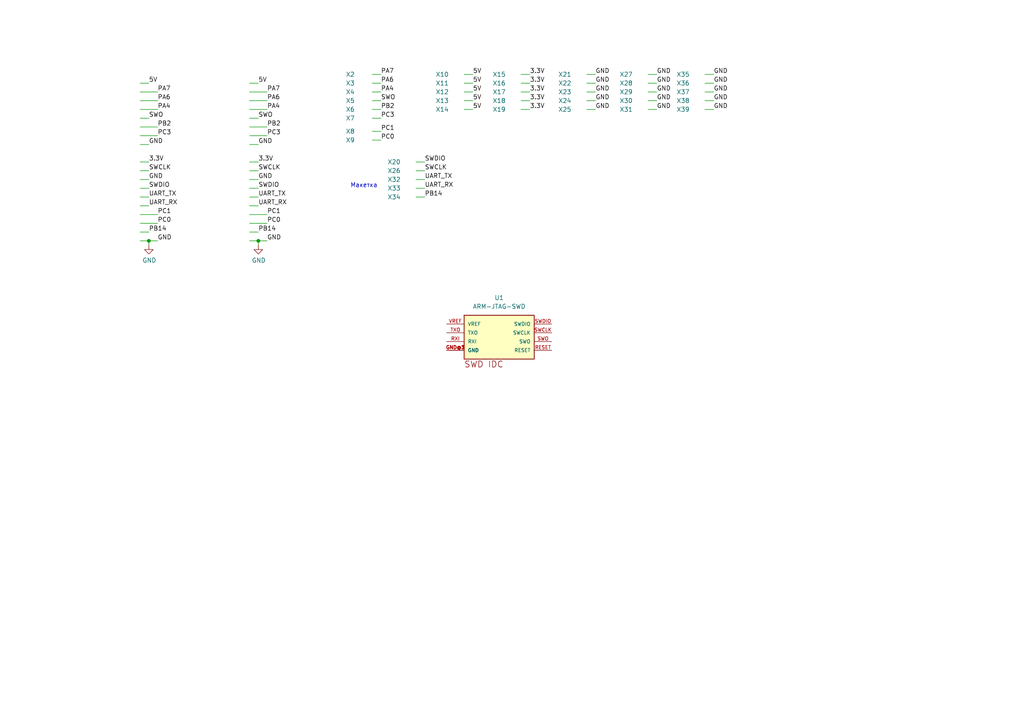
<source format=kicad_sch>
(kicad_sch (version 20230121) (generator eeschema)
  (paper "A4")
  (lib_symbols
    (symbol "ARM-JTAG-SWD:ARM-JTAG-SWD" (pin_names (offset 1.016))
      (property "Reference" "U" (at -2.54 10.16 0))
      (property "Value" "ARM-JTAG-SWD" (at 0 0 0))
      (symbol "ARM-JTAG-SWD_0_0"
        (rectangle (start -2.54 -5.08) (end 17.78 7.62) (stroke (width 0.254)) (fill (type background)))
        (text "SWD IDC" (at -2.54 -7.62 0) (effects (font (size 1.778 1.778)) (justify left bottom)))
        (pin bidirectional line (at -7.62 -2.54 0) (length 5.08) (name "GND") (number "GND@1"))
        (pin bidirectional line (at -7.62 -2.54 0) (length 5.08) (name "GND") (number "GND@2"))
        (pin bidirectional line (at -7.62 -2.54 0) (length 5.08) (name "GND") (number "GND@3"))
        (pin bidirectional line (at 22.86 -2.54 180) (length 5.08) (name "RESET") (number "RESET"))
        (pin bidirectional line (at -7.62 0 0) (length 5.08) (name "RXI") (number "RXI"))
        (pin bidirectional line (at 22.86 2.54 180) (length 5.08) (name "SWCLK") (number "SWCLK"))
        (pin bidirectional line (at 22.86 5.08 180) (length 5.08) (name "SWDIO") (number "SWDIO"))
        (pin bidirectional line (at 22.86 0 180) (length 5.08) (name "SWO") (number "SWO"))
        (pin bidirectional line (at -7.62 2.54 0) (length 5.08) (name "TXO") (number "TXO"))
        (pin bidirectional line (at -7.62 5.08 0) (length 5.08) (name "VREF") (number "VREF"))
      )
    )
    (symbol "power:GND" (power) (pin_names (offset 0))
      (property "Value" "GND" (at 0 -3.81 0))
      (symbol "GND_0_1"
        (polyline (pts (xy 0 0) (xy 0 -1.27) (xy 1.27 -1.27) (xy 0 -2.54) (xy -1.27 -1.27) (xy 0 -1.27)))
      )
      (symbol "GND_1_1"
        (pin power_in line (at 0 0 270) (length 0) hide (name "GND") (number "1"))
      )
    )
  )
  (junction (at 43.18 69.85))
  (junction (at 74.93 69.85))
  (wire (pts (xy 110.49 24.13) (xy 107.95 24.13)))
  (wire (pts (xy 123.19 57.15) (xy 120.65 57.15)))
  (wire (pts (xy 77.47 39.37) (xy 72.39 39.37)))
  (wire (pts (xy 74.93 54.61) (xy 72.39 54.61)))
  (wire (pts (xy 72.39 46.99) (xy 74.93 46.99)))
  (wire (pts (xy 40.64 41.91) (xy 43.18 41.91)))
  (wire (pts (xy 72.39 24.13) (xy 74.93 24.13)))
  (wire (pts (xy 74.93 69.85) (xy 74.93 71.12)))
  (wire (pts (xy 43.18 69.85) (xy 43.18 71.12)))
  (wire (pts (xy 170.18 21.59) (xy 172.72 21.59)))
  (wire (pts (xy 123.19 49.53) (xy 120.65 49.53)))
  (wire (pts (xy 120.65 46.99) (xy 123.19 46.99)))
  (wire (pts (xy 40.64 57.15) (xy 43.18 57.15)))
  (wire (pts (xy 107.95 31.75) (xy 110.49 31.75)))
  (wire (pts (xy 107.95 21.59) (xy 110.49 21.59)))
  (wire (pts (xy 43.18 59.69) (xy 40.64 59.69)))
  (wire (pts (xy 187.96 26.67) (xy 190.5 26.67)))
  (wire (pts (xy 74.93 67.31) (xy 72.39 67.31)))
  (wire (pts (xy 74.93 59.69) (xy 72.39 59.69)))
  (wire (pts (xy 74.93 49.53) (xy 72.39 49.53)))
  (wire (pts (xy 72.39 29.21) (xy 77.47 29.21)))
  (wire (pts (xy 110.49 40.64) (xy 107.95 40.64)))
  (wire (pts (xy 151.13 26.67) (xy 153.67 26.67)))
  (wire (pts (xy 72.39 57.15) (xy 74.93 57.15)))
  (wire (pts (xy 45.72 39.37) (xy 40.64 39.37)))
  (wire (pts (xy 77.47 26.67) (xy 72.39 26.67)))
  (wire (pts (xy 45.72 26.67) (xy 40.64 26.67)))
  (wire (pts (xy 187.96 31.75) (xy 190.5 31.75)))
  (wire (pts (xy 40.64 29.21) (xy 45.72 29.21)))
  (wire (pts (xy 72.39 69.85) (xy 74.93 69.85)))
  (wire (pts (xy 40.64 69.85) (xy 43.18 69.85)))
  (wire (pts (xy 134.62 24.13) (xy 137.16 24.13)))
  (wire (pts (xy 43.18 49.53) (xy 40.64 49.53)))
  (wire (pts (xy 134.62 29.21) (xy 137.16 29.21)))
  (wire (pts (xy 123.19 54.61) (xy 120.65 54.61)))
  (wire (pts (xy 170.18 24.13) (xy 172.72 24.13)))
  (wire (pts (xy 134.62 31.75) (xy 137.16 31.75)))
  (wire (pts (xy 204.47 24.13) (xy 207.01 24.13)))
  (wire (pts (xy 204.47 26.67) (xy 207.01 26.67)))
  (wire (pts (xy 40.64 36.83) (xy 45.72 36.83)))
  (wire (pts (xy 187.96 24.13) (xy 190.5 24.13)))
  (wire (pts (xy 77.47 31.75) (xy 72.39 31.75)))
  (wire (pts (xy 72.39 36.83) (xy 77.47 36.83)))
  (wire (pts (xy 110.49 34.29) (xy 107.95 34.29)))
  (wire (pts (xy 151.13 29.21) (xy 153.67 29.21)))
  (wire (pts (xy 107.95 26.67) (xy 110.49 26.67)))
  (wire (pts (xy 204.47 21.59) (xy 207.01 21.59)))
  (wire (pts (xy 72.39 64.77) (xy 77.47 64.77)))
  (wire (pts (xy 187.96 29.21) (xy 190.5 29.21)))
  (wire (pts (xy 170.18 31.75) (xy 172.72 31.75)))
  (wire (pts (xy 45.72 62.23) (xy 40.64 62.23)))
  (wire (pts (xy 170.18 26.67) (xy 172.72 26.67)))
  (wire (pts (xy 110.49 29.21) (xy 107.95 29.21)))
  (wire (pts (xy 204.47 29.21) (xy 207.01 29.21)))
  (wire (pts (xy 134.62 26.67) (xy 137.16 26.67)))
  (wire (pts (xy 40.64 24.13) (xy 43.18 24.13)))
  (wire (pts (xy 45.72 31.75) (xy 40.64 31.75)))
  (wire (pts (xy 170.18 29.21) (xy 172.72 29.21)))
  (wire (pts (xy 151.13 31.75) (xy 153.67 31.75)))
  (wire (pts (xy 40.64 64.77) (xy 45.72 64.77)))
  (wire (pts (xy 74.93 34.29) (xy 72.39 34.29)))
  (wire (pts (xy 40.64 52.07) (xy 43.18 52.07)))
  (wire (pts (xy 72.39 52.07) (xy 74.93 52.07)))
  (wire (pts (xy 77.47 69.85) (xy 74.93 69.85)))
  (wire (pts (xy 120.65 52.07) (xy 123.19 52.07)))
  (wire (pts (xy 107.95 38.1) (xy 110.49 38.1)))
  (wire (pts (xy 204.47 31.75) (xy 207.01 31.75)))
  (wire (pts (xy 134.62 21.59) (xy 137.16 21.59)))
  (wire (pts (xy 43.18 54.61) (xy 40.64 54.61)))
  (wire (pts (xy 151.13 24.13) (xy 153.67 24.13)))
  (wire (pts (xy 43.18 34.29) (xy 40.64 34.29)))
  (wire (pts (xy 45.72 69.85) (xy 43.18 69.85)))
  (wire (pts (xy 43.18 67.31) (xy 40.64 67.31)))
  (wire (pts (xy 72.39 41.91) (xy 74.93 41.91)))
  (wire (pts (xy 151.13 21.59) (xy 153.67 21.59)))
  (wire (pts (xy 40.64 46.99) (xy 43.18 46.99)))
  (wire (pts (xy 77.47 62.23) (xy 72.39 62.23)))
  (wire (pts (xy 187.96 21.59) (xy 190.5 21.59)))
  (text "Макетка" (at 101.6 54.61 0) (effects (font (size 1.27 1.27)) (justify left bottom)))
  (label "PB2" (at 110.49 31.75 0))
  (label "5V" (at 137.16 29.21 0))
  (label "PA7" (at 77.47 26.67 0))
  (label "GND" (at 207.01 31.75 0))
  (label "PC1" (at 45.72 62.23 0))
  (label "PB14" (at 74.93 67.31 0))
  (label "GND" (at 207.01 26.67 0))
  (label "GND" (at 207.01 24.13 0))
  (label "SWCLK" (at 74.93 49.53 0))
  (label "GND" (at 207.01 29.21 0))
  (label "GND" (at 172.72 24.13 0))
  (label "3.3V" (at 153.67 31.75 0))
  (label "PA6" (at 77.47 29.21 0))
  (label "PB14" (at 43.18 67.31 0))
  (label "GND" (at 43.18 41.91 0))
  (label "GND" (at 74.93 52.07 0))
  (label "PC3" (at 110.49 34.29 0))
  (label "SWCLK" (at 123.19 49.53 0))
  (label "PC1" (at 77.47 62.23 0))
  (label "PC3" (at 77.47 39.37 0))
  (label "3.3V" (at 153.67 26.67 0))
  (label "SWCLK" (at 43.18 49.53 0))
  (label "GND" (at 190.5 24.13 0))
  (label "PA7" (at 45.72 26.67 0))
  (label "SWO" (at 74.93 34.29 0))
  (label "SWDIO" (at 74.93 54.61 0))
  (label "3.3V" (at 153.67 24.13 0))
  (label "SWDIO" (at 43.18 54.61 0))
  (label "GND" (at 172.72 31.75 0))
  (label "5V" (at 137.16 24.13 0))
  (label "UART_TX" (at 74.93 57.15 0))
  (label "UART_RX" (at 74.93 59.69 0))
  (label "UART_TX" (at 43.18 57.15 0))
  (label "GND" (at 190.5 29.21 0))
  (label "SWO" (at 43.18 34.29 0))
  (label "GND" (at 172.72 21.59 0))
  (label "PA7" (at 110.49 21.59 0))
  (label "GND" (at 172.72 26.67 0))
  (label "5V" (at 74.93 24.13 0))
  (label "PC1" (at 110.49 38.1 0))
  (label "3.3V" (at 153.67 21.59 0))
  (label "PC0" (at 110.49 40.64 0))
  (label "PB2" (at 45.72 36.83 0))
  (label "PC0" (at 45.72 64.77 0))
  (label "GND" (at 190.5 31.75 0))
  (label "GND" (at 190.5 21.59 0))
  (label "PA4" (at 45.72 31.75 0))
  (label "UART_RX" (at 43.18 59.69 0))
  (label "3.3V" (at 74.93 46.99 0))
  (label "5V" (at 137.16 26.67 0))
  (label "PA6" (at 45.72 29.21 0))
  (label "5V" (at 137.16 21.59 0))
  (label "PC0" (at 77.47 64.77 0))
  (label "3.3V" (at 153.67 29.21 0))
  (label "SWDIO" (at 123.19 46.99 0))
  (label "PA6" (at 110.49 24.13 0))
  (label "GND" (at 207.01 21.59 0))
  (label "GND" (at 172.72 29.21 0))
  (label "3.3V" (at 43.18 46.99 0))
  (label "5V" (at 43.18 24.13 0))
  (label "PB14" (at 123.19 57.15 0))
  (label "UART_RX" (at 123.19 54.61 0))
  (label "PA4" (at 110.49 26.67 0))
  (label "PB2" (at 77.47 36.83 0))
  (label "GND" (at 45.72 69.85 0))
  (label "SWO" (at 110.49 29.21 0))
  (label "GND" (at 77.47 69.85 0))
  (label "PC3" (at 45.72 39.37 0))
  (label "GND" (at 43.18 52.07 0))
  (label "PA4" (at 77.47 31.75 0))
  (label "GND" (at 190.5 26.67 0))
  (label "GND" (at 74.93 41.91 0))
  (label "5V" (at 137.16 31.75 0))
  (label "UART_TX" (at 123.19 52.07 0))
  (symbol (lib_id "lomalkin_kicad_symbols:SolderPad") (at 106.68 55.88 180) (unit 1)
    (property "Reference" "X1" (at 104.9528 58.3692 0))
    (property "Value" "SolderPad" (effects hide))
    (property "Footprint" "lomalkin_kicad_footprints:Flipper-SolderPad" (effects hide))
  )
  (symbol (lib_id "lomalkin_kicad_symbols:FlipperZero") (at 30.48 48.26 0) (unit 1)
    (property "Reference" "U1" (at 31.2674 17.399 0))
    (property "Value" "FlipperZero" (at 31.2674 19.7104 0))
    (property "Footprint" "lomalkin_kicad_footprints:FlipperZero" (effects hide))
  )
  (symbol (lib_id "power:GND") (at 43.18 71.12 0) (unit 1)
    (property "Reference" "#PWR0101" (effects hide))
    (property "Value" "GND" (at 43.307 75.5142 0))
  )
  (symbol (lib_id "lomalkin_kicad_symbols:SolderPad") (at 120.65 46.99 180) (unit 1)
    (property "Reference" "X20" (at 114.3 46.99 0))
    (property "Value" "SolderPad" (effects hide))
    (property "Footprint" "lomalkin_kicad_footprints:Flipper-SolderPad" (effects hide))
  )
  (symbol (lib_id "lomalkin_kicad_symbols:SolderPad") (at 120.65 49.53 180) (unit 1)
    (property "Reference" "X26" (at 114.3 49.53 0))
    (property "Value" "SolderPad" (effects hide))
    (property "Footprint" "lomalkin_kicad_footprints:Flipper-SolderPad" (effects hide))
  )
  (symbol (lib_id "lomalkin_kicad_symbols:SolderPad") (at 120.65 52.07 180) (unit 1)
    (property "Reference" "X32" (at 114.3 52.07 0))
    (property "Value" "SolderPad" (effects hide))
    (property "Footprint" "lomalkin_kicad_footprints:Flipper-SolderPad" (effects hide))
  )
  (symbol (lib_id "lomalkin_kicad_symbols:SolderPad") (at 120.65 54.61 180) (unit 1)
    (property "Reference" "X33" (at 114.3 54.61 0))
    (property "Value" "SolderPad" (effects hide))
    (property "Footprint" "lomalkin_kicad_footprints:Flipper-SolderPad" (effects hide))
  )
  (symbol (lib_id "lomalkin_kicad_symbols:SolderPad") (at 120.65 57.15 180) (unit 1)
    (property "Reference" "X34" (at 114.3 57.15 0))
    (property "Value" "SolderPad" (effects hide))
    (property "Footprint" "lomalkin_kicad_footprints:Flipper-SolderPad" (effects hide))
  )
  (symbol (lib_id "lomalkin_kicad_symbols:SolderPad") (at 204.47 21.59 180) (unit 1)
    (property "Reference" "X35" (at 198.12 21.59 0))
    (property "Value" "SolderPad" (effects hide))
    (property "Footprint" "lomalkin_kicad_footprints:Flipper-SolderPad" (effects hide))
  )
  (symbol (lib_id "lomalkin_kicad_symbols:SolderPad") (at 204.47 24.13 180) (unit 1)
    (property "Reference" "X36" (at 198.12 24.13 0))
    (property "Value" "SolderPad" (effects hide))
    (property "Footprint" "lomalkin_kicad_footprints:Flipper-SolderPad" (effects hide))
  )
  (symbol (lib_id "lomalkin_kicad_symbols:SolderPad") (at 204.47 26.67 180) (unit 1)
    (property "Reference" "X37" (at 198.12 26.67 0))
    (property "Value" "SolderPad" (effects hide))
    (property "Footprint" "lomalkin_kicad_footprints:Flipper-SolderPad" (effects hide))
  )
  (symbol (lib_id "lomalkin_kicad_symbols:SolderPad") (at 204.47 29.21 180) (unit 1)
    (property "Reference" "X38" (at 198.12 29.21 0))
    (property "Value" "SolderPad" (effects hide))
    (property "Footprint" "lomalkin_kicad_footprints:Flipper-SolderPad" (effects hide))
  )
  (symbol (lib_id "lomalkin_kicad_symbols:SolderPad") (at 204.47 31.75 180) (unit 1)
    (property "Reference" "X39" (at 198.12 31.75 0))
    (property "Value" "SolderPad" (effects hide))
    (property "Footprint" "lomalkin_kicad_footprints:Flipper-SolderPad" (effects hide))
  )
  (symbol (lib_id "lomalkin_kicad_symbols:FlipperZero") (at 62.23 48.26 0) (unit 1)
    (property "Reference" "U2" (at 63.0174 17.399 0))
    (property "Value" "FlipperZero" (at 63.0174 19.7104 0))
    (property "Footprint" "lomalkin_kicad_footprints:FlipperZero" (effects hide))
  )
  (symbol (lib_id "power:GND") (at 74.93 71.12 0) (unit 1)
    (property "Reference" "#PWR0109" (effects hide))
    (property "Value" "GND" (at 75.057 75.5142 0))
  )
  (symbol (lib_id "lomalkin_kicad_symbols:SolderPad") (at 107.95 21.59 180) (unit 1)
    (property "Reference" "X2" (at 101.6 21.59 0))
    (property "Value" "SolderPad" (effects hide))
    (property "Footprint" "lomalkin_kicad_footprints:Flipper-SolderPad" (effects hide))
  )
  (symbol (lib_id "lomalkin_kicad_symbols:SolderPad") (at 107.95 24.13 180) (unit 1)
    (property "Reference" "X3" (at 101.6 24.13 0))
    (property "Value" "SolderPad" (effects hide))
    (property "Footprint" "lomalkin_kicad_footprints:Flipper-SolderPad" (effects hide))
  )
  (symbol (lib_id "lomalkin_kicad_symbols:SolderPad") (at 107.95 26.67 180) (unit 1)
    (property "Reference" "X4" (at 101.6 26.67 0))
    (property "Value" "SolderPad" (effects hide))
    (property "Footprint" "lomalkin_kicad_footprints:Flipper-SolderPad" (effects hide))
  )
  (symbol (lib_id "lomalkin_kicad_symbols:SolderPad") (at 107.95 29.21 180) (unit 1)
    (property "Reference" "X5" (at 101.6 29.21 0))
    (property "Value" "SolderPad" (effects hide))
    (property "Footprint" "lomalkin_kicad_footprints:Flipper-SolderPad" (effects hide))
  )
  (symbol (lib_id "lomalkin_kicad_symbols:SolderPad") (at 107.95 31.75 180) (unit 1)
    (property "Reference" "X6" (at 101.6 31.75 0))
    (property "Value" "SolderPad" (effects hide))
    (property "Footprint" "lomalkin_kicad_footprints:Flipper-SolderPad" (effects hide))
  )
  (symbol (lib_id "lomalkin_kicad_symbols:SolderPad") (at 107.95 34.29 180) (unit 1)
    (property "Reference" "X7" (at 101.6 34.29 0))
    (property "Value" "SolderPad" (effects hide))
    (property "Footprint" "lomalkin_kicad_footprints:Flipper-SolderPad" (effects hide))
  )
  (symbol (lib_id "lomalkin_kicad_symbols:SolderPad") (at 107.95 38.1 180) (unit 1)
    (property "Reference" "X8" (at 101.6 38.1 0))
    (property "Value" "SolderPad" (effects hide))
    (property "Footprint" "lomalkin_kicad_footprints:Flipper-SolderPad" (effects hide))
  )
  (symbol (lib_id "lomalkin_kicad_symbols:SolderPad") (at 107.95 40.64 180) (unit 1)
    (property "Reference" "X9" (at 101.6 40.64 0))
    (property "Value" "SolderPad" (effects hide))
    (property "Footprint" "lomalkin_kicad_footprints:Flipper-SolderPad" (effects hide))
  )
  (symbol (lib_id "lomalkin_kicad_symbols:SolderPad") (at 134.62 21.59 180) (unit 1)
    (property "Reference" "X10" (at 128.27 21.59 0))
    (property "Value" "SolderPad" (effects hide))
    (property "Footprint" "lomalkin_kicad_footprints:Flipper-SolderPad" (effects hide))
  )
  (symbol (lib_id "lomalkin_kicad_symbols:SolderPad") (at 134.62 24.13 180) (unit 1)
    (property "Reference" "X11" (at 128.27 24.13 0))
    (property "Value" "SolderPad" (effects hide))
    (property "Footprint" "lomalkin_kicad_footprints:Flipper-SolderPad" (effects hide))
  )
  (symbol (lib_id "lomalkin_kicad_symbols:SolderPad") (at 134.62 26.67 180) (unit 1)
    (property "Reference" "X12" (at 128.27 26.67 0))
    (property "Value" "SolderPad" (effects hide))
    (property "Footprint" "lomalkin_kicad_footprints:Flipper-SolderPad" (effects hide))
  )
  (symbol (lib_id "lomalkin_kicad_symbols:SolderPad") (at 134.62 29.21 180) (unit 1)
    (property "Reference" "X13" (at 128.27 29.21 0))
    (property "Value" "SolderPad" (effects hide))
    (property "Footprint" "lomalkin_kicad_footprints:Flipper-SolderPad" (effects hide))
  )
  (symbol (lib_id "lomalkin_kicad_symbols:SolderPad") (at 134.62 31.75 180) (unit 1)
    (property "Reference" "X14" (at 128.27 31.75 0))
    (property "Value" "SolderPad" (effects hide))
    (property "Footprint" "lomalkin_kicad_footprints:Flipper-SolderPad" (effects hide))
  )
  (symbol (lib_id "lomalkin_kicad_symbols:SolderPad") (at 151.13 21.59 180) (unit 1)
    (property "Reference" "X15" (at 144.78 21.59 0))
    (property "Value" "SolderPad" (effects hide))
    (property "Footprint" "lomalkin_kicad_footprints:Flipper-SolderPad" (effects hide))
  )
  (symbol (lib_id "lomalkin_kicad_symbols:SolderPad") (at 151.13 24.13 180) (unit 1)
    (property "Reference" "X16" (at 144.78 24.13 0))
    (property "Value" "SolderPad" (effects hide))
    (property "Footprint" "lomalkin_kicad_footprints:Flipper-SolderPad" (effects hide))
  )
  (symbol (lib_id "lomalkin_kicad_symbols:SolderPad") (at 151.13 26.67 180) (unit 1)
    (property "Reference" "X17" (at 144.78 26.67 0))
    (property "Value" "SolderPad" (effects hide))
    (property "Footprint" "lomalkin_kicad_footprints:Flipper-SolderPad" (effects hide))
  )
  (symbol (lib_id "lomalkin_kicad_symbols:SolderPad") (at 151.13 29.21 180) (unit 1)
    (property "Reference" "X18" (at 144.78 29.21 0))
    (property "Value" "SolderPad" (effects hide))
    (property "Footprint" "lomalkin_kicad_footprints:Flipper-SolderPad" (effects hide))
  )
  (symbol (lib_id "lomalkin_kicad_symbols:SolderPad") (at 151.13 31.75 180) (unit 1)
    (property "Reference" "X19" (at 144.78 31.75 0))
    (property "Value" "SolderPad" (effects hide))
    (property "Footprint" "lomalkin_kicad_footprints:Flipper-SolderPad" (effects hide))
  )
  (symbol (lib_id "lomalkin_kicad_symbols:SolderPad") (at 170.18 21.59 180) (unit 1)
    (property "Reference" "X21" (at 163.83 21.59 0))
    (property "Value" "SolderPad" (effects hide))
    (property "Footprint" "lomalkin_kicad_footprints:Flipper-SolderPad" (effects hide))
  )
  (symbol (lib_id "lomalkin_kicad_symbols:SolderPad") (at 170.18 24.13 180) (unit 1)
    (property "Reference" "X22" (at 163.83 24.13 0))
    (property "Value" "SolderPad" (effects hide))
    (property "Footprint" "lomalkin_kicad_footprints:Flipper-SolderPad" (effects hide))
  )
  (symbol (lib_id "lomalkin_kicad_symbols:SolderPad") (at 170.18 26.67 180) (unit 1)
    (property "Reference" "X23" (at 163.83 26.67 0))
    (property "Value" "SolderPad" (effects hide))
    (property "Footprint" "lomalkin_kicad_footprints:Flipper-SolderPad" (effects hide))
  )
  (symbol (lib_id "lomalkin_kicad_symbols:SolderPad") (at 170.18 29.21 180) (unit 1)
    (property "Reference" "X24" (at 163.83 29.21 0))
    (property "Value" "SolderPad" (effects hide))
    (property "Footprint" "lomalkin_kicad_footprints:Flipper-SolderPad" (effects hide))
  )
  (symbol (lib_id "lomalkin_kicad_symbols:SolderPad") (at 170.18 31.75 180) (unit 1)
    (property "Reference" "X25" (at 163.83 31.75 0))
    (property "Value" "SolderPad" (effects hide))
    (property "Footprint" "lomalkin_kicad_footprints:Flipper-SolderPad" (effects hide))
  )
  (symbol (lib_id "lomalkin_kicad_symbols:SolderPad") (at 187.96 21.59 180) (unit 1)
    (property "Reference" "X27" (at 181.61 21.59 0))
    (property "Value" "SolderPad" (effects hide))
    (property "Footprint" "lomalkin_kicad_footprints:Flipper-SolderPad" (effects hide))
  )
  (symbol (lib_id "lomalkin_kicad_symbols:SolderPad") (at 187.96 24.13 180) (unit 1)
    (property "Reference" "X28" (at 181.61 24.13 0))
    (property "Value" "SolderPad" (effects hide))
    (property "Footprint" "lomalkin_kicad_footprints:Flipper-SolderPad" (effects hide))
  )
  (symbol (lib_id "lomalkin_kicad_symbols:SolderPad") (at 187.96 26.67 180) (unit 1)
    (property "Reference" "X29" (at 181.61 26.67 0))
    (property "Value" "SolderPad" (effects hide))
    (property "Footprint" "lomalkin_kicad_footprints:Flipper-SolderPad" (effects hide))
  )
  (symbol (lib_id "lomalkin_kicad_symbols:SolderPad") (at 187.96 29.21 180) (unit 1)
    (property "Reference" "X30" (at 181.61 29.21 0))
    (property "Value" "SolderPad" (effects hide))
    (property "Footprint" "lomalkin_kicad_footprints:Flipper-SolderPad" (effects hide))
  )
  (symbol (lib_id "lomalkin_kicad_symbols:SolderPad") (at 187.96 31.75 180) (unit 1)
    (property "Reference" "X31" (at 181.61 31.75 0))
    (property "Value" "SolderPad" (effects hide))
    (property "Footprint" "lomalkin_kicad_footprints:Flipper-SolderPad" (effects hide))
  )
  (symbol (lib_id "ARM-JTAG-SWD:ARM-JTAG-SWD") (at 137.16 99.06 0) (unit 1)
    (property "Reference" "U1" (at 144.78 86.36 0))
    (property "Value" "ARM-JTAG-SWD" (at 144.78 88.9 0))
    (property "Footprint" "ARM-JTAG-SWD:ARM-JTAG-10-SWD-IDC" (effects hide))
    (property "MF" "Olimex LTD" (effects hide))
    (property "Description" "\nDEBUG ADAPTER FOR ARM-USB-TINY-H\n" (effects hide))
    (property "Package" "None" (effects hide))
    (property "Price" "None" (effects hide))
    (property "SnapEDA_Link" "https://www.snapeda.com/parts/ARM-JTAG-SWD/Olimex+LTD/view-part/?ref=snap" (effects hide))
    (property "MP" "ARM-JTAG-SWD" (effects hide))
    (property "Purchase-URL" "https://www.snapeda.com/api/url_track_click_mouser/?unipart_id=378435&manufacturer=Olimex LTD&part_name=ARM-JTAG-SWD&search_term=swd" (effects hide))
    (property "Availability" "In Stock" (effects hide))
    (property "Check_prices" "https://www.snapeda.com/parts/ARM-JTAG-SWD/Olimex+LTD/view-part/?ref=eda" (effects hide))
  )
)
</source>
